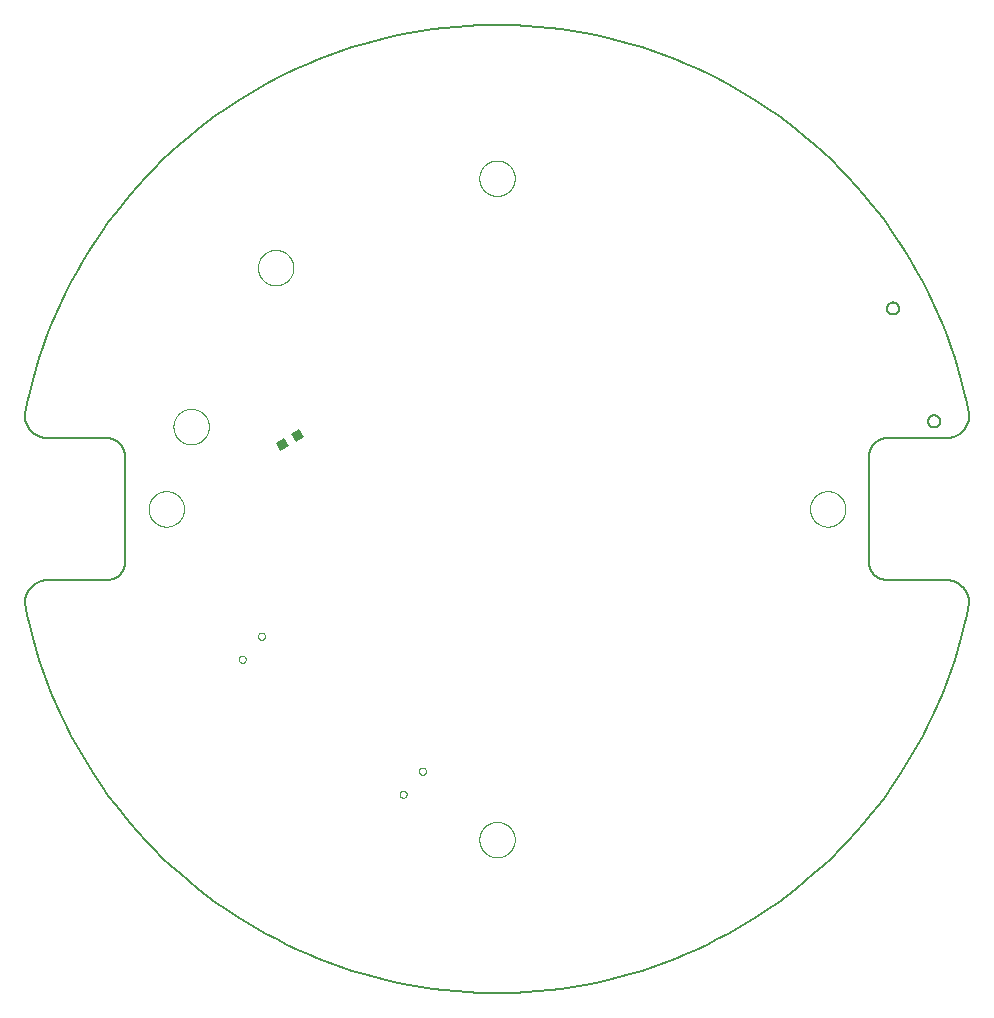
<source format=gbp>
G75*
%MOIN*%
%OFA0B0*%
%FSLAX25Y25*%
%IPPOS*%
%LPD*%
%AMOC8*
5,1,8,0,0,1.08239X$1,22.5*
%
%ADD10C,0.00600*%
%ADD11C,0.00000*%
%ADD12R,0.03150X0.03150*%
%ADD13C,0.00500*%
D10*
X0005820Y0134404D02*
X0005822Y0134594D01*
X0005829Y0134784D01*
X0005841Y0134974D01*
X0005857Y0135164D01*
X0005877Y0135353D01*
X0005903Y0135542D01*
X0005932Y0135730D01*
X0005967Y0135917D01*
X0006006Y0136103D01*
X0006049Y0136288D01*
X0006097Y0136473D01*
X0006149Y0136656D01*
X0006205Y0136837D01*
X0006266Y0137017D01*
X0006332Y0137196D01*
X0006401Y0137373D01*
X0006475Y0137549D01*
X0006553Y0137722D01*
X0006636Y0137894D01*
X0006722Y0138063D01*
X0006812Y0138231D01*
X0006907Y0138396D01*
X0007005Y0138559D01*
X0007108Y0138719D01*
X0007214Y0138877D01*
X0007324Y0139032D01*
X0007437Y0139185D01*
X0007555Y0139335D01*
X0007676Y0139481D01*
X0007800Y0139625D01*
X0007928Y0139766D01*
X0008059Y0139904D01*
X0008194Y0140039D01*
X0008332Y0140170D01*
X0008473Y0140298D01*
X0008617Y0140422D01*
X0008763Y0140543D01*
X0008913Y0140661D01*
X0009066Y0140774D01*
X0009221Y0140884D01*
X0009379Y0140990D01*
X0009539Y0141093D01*
X0009702Y0141191D01*
X0009867Y0141286D01*
X0010035Y0141376D01*
X0010204Y0141462D01*
X0010376Y0141545D01*
X0010549Y0141623D01*
X0010725Y0141697D01*
X0010902Y0141766D01*
X0011081Y0141832D01*
X0011261Y0141893D01*
X0011442Y0141949D01*
X0011625Y0142001D01*
X0011810Y0142049D01*
X0011995Y0142092D01*
X0012181Y0142131D01*
X0012368Y0142166D01*
X0012556Y0142195D01*
X0012745Y0142221D01*
X0012934Y0142241D01*
X0013124Y0142257D01*
X0013314Y0142269D01*
X0013504Y0142276D01*
X0013694Y0142278D01*
X0033379Y0142278D01*
X0033379Y0142277D02*
X0033531Y0142279D01*
X0033683Y0142285D01*
X0033835Y0142295D01*
X0033986Y0142308D01*
X0034137Y0142326D01*
X0034288Y0142347D01*
X0034438Y0142373D01*
X0034587Y0142402D01*
X0034736Y0142435D01*
X0034883Y0142472D01*
X0035030Y0142512D01*
X0035175Y0142557D01*
X0035319Y0142605D01*
X0035462Y0142657D01*
X0035604Y0142712D01*
X0035744Y0142771D01*
X0035883Y0142834D01*
X0036020Y0142900D01*
X0036155Y0142970D01*
X0036288Y0143043D01*
X0036419Y0143120D01*
X0036549Y0143200D01*
X0036676Y0143283D01*
X0036801Y0143369D01*
X0036924Y0143459D01*
X0037044Y0143552D01*
X0037162Y0143648D01*
X0037278Y0143747D01*
X0037391Y0143849D01*
X0037501Y0143953D01*
X0037609Y0144061D01*
X0037713Y0144171D01*
X0037815Y0144284D01*
X0037914Y0144400D01*
X0038010Y0144518D01*
X0038103Y0144638D01*
X0038193Y0144761D01*
X0038279Y0144886D01*
X0038362Y0145013D01*
X0038442Y0145143D01*
X0038519Y0145274D01*
X0038592Y0145407D01*
X0038662Y0145542D01*
X0038728Y0145679D01*
X0038791Y0145818D01*
X0038850Y0145958D01*
X0038905Y0146100D01*
X0038957Y0146243D01*
X0039005Y0146387D01*
X0039050Y0146532D01*
X0039090Y0146679D01*
X0039127Y0146826D01*
X0039160Y0146975D01*
X0039189Y0147124D01*
X0039215Y0147274D01*
X0039236Y0147425D01*
X0039254Y0147576D01*
X0039267Y0147727D01*
X0039277Y0147879D01*
X0039283Y0148031D01*
X0039285Y0148183D01*
X0039284Y0148183D02*
X0039284Y0183617D01*
X0039285Y0183617D02*
X0039283Y0183769D01*
X0039277Y0183921D01*
X0039267Y0184073D01*
X0039254Y0184224D01*
X0039236Y0184375D01*
X0039215Y0184526D01*
X0039189Y0184676D01*
X0039160Y0184825D01*
X0039127Y0184974D01*
X0039090Y0185121D01*
X0039050Y0185268D01*
X0039005Y0185413D01*
X0038957Y0185557D01*
X0038905Y0185700D01*
X0038850Y0185842D01*
X0038791Y0185982D01*
X0038728Y0186121D01*
X0038662Y0186258D01*
X0038592Y0186393D01*
X0038519Y0186526D01*
X0038442Y0186657D01*
X0038362Y0186787D01*
X0038279Y0186914D01*
X0038193Y0187039D01*
X0038103Y0187162D01*
X0038010Y0187282D01*
X0037914Y0187400D01*
X0037815Y0187516D01*
X0037713Y0187629D01*
X0037609Y0187739D01*
X0037501Y0187847D01*
X0037391Y0187951D01*
X0037278Y0188053D01*
X0037162Y0188152D01*
X0037044Y0188248D01*
X0036924Y0188341D01*
X0036801Y0188431D01*
X0036676Y0188517D01*
X0036549Y0188600D01*
X0036419Y0188680D01*
X0036288Y0188757D01*
X0036155Y0188830D01*
X0036020Y0188900D01*
X0035883Y0188966D01*
X0035744Y0189029D01*
X0035604Y0189088D01*
X0035462Y0189143D01*
X0035319Y0189195D01*
X0035175Y0189243D01*
X0035030Y0189288D01*
X0034883Y0189328D01*
X0034736Y0189365D01*
X0034587Y0189398D01*
X0034438Y0189427D01*
X0034288Y0189453D01*
X0034137Y0189474D01*
X0033986Y0189492D01*
X0033835Y0189505D01*
X0033683Y0189515D01*
X0033531Y0189521D01*
X0033379Y0189523D01*
X0033379Y0189522D02*
X0013694Y0189522D01*
X0013504Y0189524D01*
X0013314Y0189531D01*
X0013124Y0189543D01*
X0012934Y0189559D01*
X0012745Y0189579D01*
X0012556Y0189605D01*
X0012368Y0189634D01*
X0012181Y0189669D01*
X0011995Y0189708D01*
X0011810Y0189751D01*
X0011625Y0189799D01*
X0011442Y0189851D01*
X0011261Y0189907D01*
X0011081Y0189968D01*
X0010902Y0190034D01*
X0010725Y0190103D01*
X0010549Y0190177D01*
X0010376Y0190255D01*
X0010204Y0190338D01*
X0010035Y0190424D01*
X0009867Y0190514D01*
X0009702Y0190609D01*
X0009539Y0190707D01*
X0009379Y0190810D01*
X0009221Y0190916D01*
X0009066Y0191026D01*
X0008913Y0191139D01*
X0008763Y0191257D01*
X0008617Y0191378D01*
X0008473Y0191502D01*
X0008332Y0191630D01*
X0008194Y0191761D01*
X0008059Y0191896D01*
X0007928Y0192034D01*
X0007800Y0192175D01*
X0007676Y0192319D01*
X0007555Y0192465D01*
X0007437Y0192615D01*
X0007324Y0192768D01*
X0007214Y0192923D01*
X0007108Y0193081D01*
X0007005Y0193241D01*
X0006907Y0193404D01*
X0006812Y0193569D01*
X0006722Y0193737D01*
X0006636Y0193906D01*
X0006553Y0194078D01*
X0006475Y0194251D01*
X0006401Y0194427D01*
X0006332Y0194604D01*
X0006266Y0194783D01*
X0006205Y0194963D01*
X0006149Y0195144D01*
X0006097Y0195327D01*
X0006049Y0195512D01*
X0006006Y0195697D01*
X0005967Y0195883D01*
X0005932Y0196070D01*
X0005903Y0196258D01*
X0005877Y0196447D01*
X0005857Y0196636D01*
X0005841Y0196826D01*
X0005829Y0197016D01*
X0005822Y0197206D01*
X0005820Y0197396D01*
X0006613Y0201230D01*
X0007501Y0205043D01*
X0008480Y0208833D01*
X0009553Y0212598D01*
X0010716Y0216336D01*
X0011971Y0220045D01*
X0013315Y0223722D01*
X0014749Y0227365D01*
X0016272Y0230971D01*
X0017882Y0234540D01*
X0019579Y0238068D01*
X0021361Y0241554D01*
X0023227Y0244995D01*
X0025178Y0248390D01*
X0027210Y0251736D01*
X0029323Y0255031D01*
X0031517Y0258274D01*
X0033788Y0261463D01*
X0036137Y0264595D01*
X0038562Y0267669D01*
X0041061Y0270682D01*
X0043632Y0273634D01*
X0046275Y0276522D01*
X0048988Y0279345D01*
X0051768Y0282101D01*
X0054615Y0284788D01*
X0057527Y0287405D01*
X0060502Y0289950D01*
X0063538Y0292422D01*
X0066633Y0294819D01*
X0069786Y0297140D01*
X0072995Y0299383D01*
X0076257Y0301547D01*
X0079572Y0303631D01*
X0082936Y0305633D01*
X0086348Y0307553D01*
X0089806Y0309388D01*
X0093307Y0311139D01*
X0096851Y0312804D01*
X0100433Y0314382D01*
X0104054Y0315872D01*
X0107709Y0317274D01*
X0111398Y0318585D01*
X0115117Y0319807D01*
X0118866Y0320937D01*
X0122640Y0321975D01*
X0126439Y0322921D01*
X0130260Y0323774D01*
X0134101Y0324533D01*
X0137959Y0325199D01*
X0141832Y0325770D01*
X0145718Y0326247D01*
X0149614Y0326628D01*
X0153518Y0326915D01*
X0157429Y0327106D01*
X0161343Y0327201D01*
X0165257Y0327201D01*
X0169171Y0327106D01*
X0173082Y0326915D01*
X0176986Y0326628D01*
X0180882Y0326247D01*
X0184768Y0325770D01*
X0188641Y0325199D01*
X0192499Y0324533D01*
X0196340Y0323774D01*
X0200161Y0322921D01*
X0203960Y0321975D01*
X0207734Y0320937D01*
X0211483Y0319807D01*
X0215202Y0318585D01*
X0218891Y0317274D01*
X0222546Y0315872D01*
X0226167Y0314382D01*
X0229749Y0312804D01*
X0233293Y0311139D01*
X0236794Y0309388D01*
X0240252Y0307553D01*
X0243664Y0305633D01*
X0247028Y0303631D01*
X0250343Y0301547D01*
X0253605Y0299383D01*
X0256814Y0297140D01*
X0259967Y0294819D01*
X0263062Y0292422D01*
X0266098Y0289950D01*
X0269073Y0287405D01*
X0271985Y0284788D01*
X0274832Y0282101D01*
X0277612Y0279345D01*
X0280325Y0276522D01*
X0282968Y0273634D01*
X0285539Y0270682D01*
X0288038Y0267669D01*
X0290463Y0264595D01*
X0292812Y0261463D01*
X0295083Y0258274D01*
X0297277Y0255031D01*
X0299390Y0251736D01*
X0301422Y0248390D01*
X0303373Y0244995D01*
X0305239Y0241554D01*
X0307021Y0238068D01*
X0308718Y0234540D01*
X0310328Y0230971D01*
X0311851Y0227365D01*
X0313285Y0223722D01*
X0314629Y0220045D01*
X0315884Y0216336D01*
X0317047Y0212598D01*
X0318120Y0208833D01*
X0319099Y0205043D01*
X0319987Y0201230D01*
X0320780Y0197396D01*
X0320778Y0197206D01*
X0320771Y0197016D01*
X0320759Y0196826D01*
X0320743Y0196636D01*
X0320723Y0196447D01*
X0320697Y0196258D01*
X0320668Y0196070D01*
X0320633Y0195883D01*
X0320594Y0195697D01*
X0320551Y0195512D01*
X0320503Y0195327D01*
X0320451Y0195144D01*
X0320395Y0194963D01*
X0320334Y0194783D01*
X0320268Y0194604D01*
X0320199Y0194427D01*
X0320125Y0194251D01*
X0320047Y0194078D01*
X0319964Y0193906D01*
X0319878Y0193737D01*
X0319788Y0193569D01*
X0319693Y0193404D01*
X0319595Y0193241D01*
X0319492Y0193081D01*
X0319386Y0192923D01*
X0319276Y0192768D01*
X0319163Y0192615D01*
X0319045Y0192465D01*
X0318924Y0192319D01*
X0318800Y0192175D01*
X0318672Y0192034D01*
X0318541Y0191896D01*
X0318406Y0191761D01*
X0318268Y0191630D01*
X0318127Y0191502D01*
X0317983Y0191378D01*
X0317837Y0191257D01*
X0317687Y0191139D01*
X0317534Y0191026D01*
X0317379Y0190916D01*
X0317221Y0190810D01*
X0317061Y0190707D01*
X0316898Y0190609D01*
X0316733Y0190514D01*
X0316565Y0190424D01*
X0316396Y0190338D01*
X0316224Y0190255D01*
X0316051Y0190177D01*
X0315875Y0190103D01*
X0315698Y0190034D01*
X0315519Y0189968D01*
X0315339Y0189907D01*
X0315158Y0189851D01*
X0314975Y0189799D01*
X0314790Y0189751D01*
X0314605Y0189708D01*
X0314419Y0189669D01*
X0314232Y0189634D01*
X0314044Y0189605D01*
X0313855Y0189579D01*
X0313666Y0189559D01*
X0313476Y0189543D01*
X0313286Y0189531D01*
X0313096Y0189524D01*
X0312906Y0189522D01*
X0293221Y0189522D01*
X0293221Y0189523D02*
X0293069Y0189521D01*
X0292917Y0189515D01*
X0292765Y0189505D01*
X0292614Y0189492D01*
X0292463Y0189474D01*
X0292312Y0189453D01*
X0292162Y0189427D01*
X0292013Y0189398D01*
X0291864Y0189365D01*
X0291717Y0189328D01*
X0291570Y0189288D01*
X0291425Y0189243D01*
X0291281Y0189195D01*
X0291138Y0189143D01*
X0290996Y0189088D01*
X0290856Y0189029D01*
X0290717Y0188966D01*
X0290580Y0188900D01*
X0290445Y0188830D01*
X0290312Y0188757D01*
X0290181Y0188680D01*
X0290051Y0188600D01*
X0289924Y0188517D01*
X0289799Y0188431D01*
X0289676Y0188341D01*
X0289556Y0188248D01*
X0289438Y0188152D01*
X0289322Y0188053D01*
X0289209Y0187951D01*
X0289099Y0187847D01*
X0288991Y0187739D01*
X0288887Y0187629D01*
X0288785Y0187516D01*
X0288686Y0187400D01*
X0288590Y0187282D01*
X0288497Y0187162D01*
X0288407Y0187039D01*
X0288321Y0186914D01*
X0288238Y0186787D01*
X0288158Y0186657D01*
X0288081Y0186526D01*
X0288008Y0186393D01*
X0287938Y0186258D01*
X0287872Y0186121D01*
X0287809Y0185982D01*
X0287750Y0185842D01*
X0287695Y0185700D01*
X0287643Y0185557D01*
X0287595Y0185413D01*
X0287550Y0185268D01*
X0287510Y0185121D01*
X0287473Y0184974D01*
X0287440Y0184825D01*
X0287411Y0184676D01*
X0287385Y0184526D01*
X0287364Y0184375D01*
X0287346Y0184224D01*
X0287333Y0184073D01*
X0287323Y0183921D01*
X0287317Y0183769D01*
X0287315Y0183617D01*
X0287316Y0183617D02*
X0287316Y0148183D01*
X0287315Y0148183D02*
X0287317Y0148031D01*
X0287323Y0147879D01*
X0287333Y0147727D01*
X0287346Y0147576D01*
X0287364Y0147425D01*
X0287385Y0147274D01*
X0287411Y0147124D01*
X0287440Y0146975D01*
X0287473Y0146826D01*
X0287510Y0146679D01*
X0287550Y0146532D01*
X0287595Y0146387D01*
X0287643Y0146243D01*
X0287695Y0146100D01*
X0287750Y0145958D01*
X0287809Y0145818D01*
X0287872Y0145679D01*
X0287938Y0145542D01*
X0288008Y0145407D01*
X0288081Y0145274D01*
X0288158Y0145143D01*
X0288238Y0145013D01*
X0288321Y0144886D01*
X0288407Y0144761D01*
X0288497Y0144638D01*
X0288590Y0144518D01*
X0288686Y0144400D01*
X0288785Y0144284D01*
X0288887Y0144171D01*
X0288991Y0144061D01*
X0289099Y0143953D01*
X0289209Y0143849D01*
X0289322Y0143747D01*
X0289438Y0143648D01*
X0289556Y0143552D01*
X0289676Y0143459D01*
X0289799Y0143369D01*
X0289924Y0143283D01*
X0290051Y0143200D01*
X0290181Y0143120D01*
X0290312Y0143043D01*
X0290445Y0142970D01*
X0290580Y0142900D01*
X0290717Y0142834D01*
X0290856Y0142771D01*
X0290996Y0142712D01*
X0291138Y0142657D01*
X0291281Y0142605D01*
X0291425Y0142557D01*
X0291570Y0142512D01*
X0291717Y0142472D01*
X0291864Y0142435D01*
X0292013Y0142402D01*
X0292162Y0142373D01*
X0292312Y0142347D01*
X0292463Y0142326D01*
X0292614Y0142308D01*
X0292765Y0142295D01*
X0292917Y0142285D01*
X0293069Y0142279D01*
X0293221Y0142277D01*
X0293221Y0142278D02*
X0312906Y0142278D01*
X0313096Y0142276D01*
X0313286Y0142269D01*
X0313476Y0142257D01*
X0313666Y0142241D01*
X0313855Y0142221D01*
X0314044Y0142195D01*
X0314232Y0142166D01*
X0314419Y0142131D01*
X0314605Y0142092D01*
X0314790Y0142049D01*
X0314975Y0142001D01*
X0315158Y0141949D01*
X0315339Y0141893D01*
X0315519Y0141832D01*
X0315698Y0141766D01*
X0315875Y0141697D01*
X0316051Y0141623D01*
X0316224Y0141545D01*
X0316396Y0141462D01*
X0316565Y0141376D01*
X0316733Y0141286D01*
X0316898Y0141191D01*
X0317061Y0141093D01*
X0317221Y0140990D01*
X0317379Y0140884D01*
X0317534Y0140774D01*
X0317687Y0140661D01*
X0317837Y0140543D01*
X0317983Y0140422D01*
X0318127Y0140298D01*
X0318268Y0140170D01*
X0318406Y0140039D01*
X0318541Y0139904D01*
X0318672Y0139766D01*
X0318800Y0139625D01*
X0318924Y0139481D01*
X0319045Y0139335D01*
X0319163Y0139185D01*
X0319276Y0139032D01*
X0319386Y0138877D01*
X0319492Y0138719D01*
X0319595Y0138559D01*
X0319693Y0138396D01*
X0319788Y0138231D01*
X0319878Y0138063D01*
X0319964Y0137894D01*
X0320047Y0137722D01*
X0320125Y0137549D01*
X0320199Y0137373D01*
X0320268Y0137196D01*
X0320334Y0137017D01*
X0320395Y0136837D01*
X0320451Y0136656D01*
X0320503Y0136473D01*
X0320551Y0136288D01*
X0320594Y0136103D01*
X0320633Y0135917D01*
X0320668Y0135730D01*
X0320697Y0135542D01*
X0320723Y0135353D01*
X0320743Y0135164D01*
X0320759Y0134974D01*
X0320771Y0134784D01*
X0320778Y0134594D01*
X0320780Y0134404D01*
X0319987Y0130570D01*
X0319099Y0126757D01*
X0318120Y0122967D01*
X0317047Y0119202D01*
X0315884Y0115464D01*
X0314629Y0111755D01*
X0313285Y0108078D01*
X0311851Y0104435D01*
X0310328Y0100829D01*
X0308718Y0097260D01*
X0307021Y0093732D01*
X0305239Y0090246D01*
X0303373Y0086805D01*
X0301422Y0083410D01*
X0299390Y0080064D01*
X0297277Y0076769D01*
X0295083Y0073526D01*
X0292812Y0070337D01*
X0290463Y0067205D01*
X0288038Y0064131D01*
X0285539Y0061118D01*
X0282968Y0058166D01*
X0280325Y0055278D01*
X0277612Y0052455D01*
X0274832Y0049699D01*
X0271985Y0047012D01*
X0269073Y0044395D01*
X0266098Y0041850D01*
X0263062Y0039378D01*
X0259967Y0036981D01*
X0256814Y0034660D01*
X0253605Y0032417D01*
X0250343Y0030253D01*
X0247028Y0028169D01*
X0243664Y0026167D01*
X0240252Y0024247D01*
X0236794Y0022412D01*
X0233293Y0020661D01*
X0229749Y0018996D01*
X0226167Y0017418D01*
X0222546Y0015928D01*
X0218891Y0014526D01*
X0215202Y0013215D01*
X0211483Y0011993D01*
X0207734Y0010863D01*
X0203960Y0009825D01*
X0200161Y0008879D01*
X0196340Y0008026D01*
X0192499Y0007267D01*
X0188641Y0006601D01*
X0184768Y0006030D01*
X0180882Y0005553D01*
X0176986Y0005172D01*
X0173082Y0004885D01*
X0169171Y0004694D01*
X0165257Y0004599D01*
X0161343Y0004599D01*
X0157429Y0004694D01*
X0153518Y0004885D01*
X0149614Y0005172D01*
X0145718Y0005553D01*
X0141832Y0006030D01*
X0137959Y0006601D01*
X0134101Y0007267D01*
X0130260Y0008026D01*
X0126439Y0008879D01*
X0122640Y0009825D01*
X0118866Y0010863D01*
X0115117Y0011993D01*
X0111398Y0013215D01*
X0107709Y0014526D01*
X0104054Y0015928D01*
X0100433Y0017418D01*
X0096851Y0018996D01*
X0093307Y0020661D01*
X0089806Y0022412D01*
X0086348Y0024247D01*
X0082936Y0026167D01*
X0079572Y0028169D01*
X0076257Y0030253D01*
X0072995Y0032417D01*
X0069786Y0034660D01*
X0066633Y0036981D01*
X0063538Y0039378D01*
X0060502Y0041850D01*
X0057527Y0044395D01*
X0054615Y0047012D01*
X0051768Y0049699D01*
X0048988Y0052455D01*
X0046275Y0055278D01*
X0043632Y0058166D01*
X0041061Y0061118D01*
X0038562Y0064131D01*
X0036137Y0067205D01*
X0033788Y0070337D01*
X0031517Y0073526D01*
X0029323Y0076769D01*
X0027210Y0080064D01*
X0025178Y0083410D01*
X0023227Y0086805D01*
X0021361Y0090246D01*
X0019579Y0093732D01*
X0017882Y0097260D01*
X0016272Y0100829D01*
X0014749Y0104435D01*
X0013315Y0108078D01*
X0011971Y0111755D01*
X0010716Y0115464D01*
X0009553Y0119202D01*
X0008480Y0122967D01*
X0007501Y0126757D01*
X0006613Y0130570D01*
X0005820Y0134404D01*
D11*
X0077195Y0115796D02*
X0077197Y0115865D01*
X0077203Y0115933D01*
X0077213Y0116001D01*
X0077227Y0116068D01*
X0077245Y0116135D01*
X0077266Y0116200D01*
X0077292Y0116264D01*
X0077321Y0116326D01*
X0077353Y0116386D01*
X0077389Y0116445D01*
X0077429Y0116501D01*
X0077471Y0116555D01*
X0077517Y0116606D01*
X0077566Y0116655D01*
X0077617Y0116701D01*
X0077671Y0116743D01*
X0077727Y0116783D01*
X0077785Y0116819D01*
X0077846Y0116851D01*
X0077908Y0116880D01*
X0077972Y0116906D01*
X0078037Y0116927D01*
X0078104Y0116945D01*
X0078171Y0116959D01*
X0078239Y0116969D01*
X0078307Y0116975D01*
X0078376Y0116977D01*
X0078445Y0116975D01*
X0078513Y0116969D01*
X0078581Y0116959D01*
X0078648Y0116945D01*
X0078715Y0116927D01*
X0078780Y0116906D01*
X0078844Y0116880D01*
X0078906Y0116851D01*
X0078966Y0116819D01*
X0079025Y0116783D01*
X0079081Y0116743D01*
X0079135Y0116701D01*
X0079186Y0116655D01*
X0079235Y0116606D01*
X0079281Y0116555D01*
X0079323Y0116501D01*
X0079363Y0116445D01*
X0079399Y0116386D01*
X0079431Y0116326D01*
X0079460Y0116264D01*
X0079486Y0116200D01*
X0079507Y0116135D01*
X0079525Y0116068D01*
X0079539Y0116001D01*
X0079549Y0115933D01*
X0079555Y0115865D01*
X0079557Y0115796D01*
X0079555Y0115727D01*
X0079549Y0115659D01*
X0079539Y0115591D01*
X0079525Y0115524D01*
X0079507Y0115457D01*
X0079486Y0115392D01*
X0079460Y0115328D01*
X0079431Y0115266D01*
X0079399Y0115205D01*
X0079363Y0115147D01*
X0079323Y0115091D01*
X0079281Y0115037D01*
X0079235Y0114986D01*
X0079186Y0114937D01*
X0079135Y0114891D01*
X0079081Y0114849D01*
X0079025Y0114809D01*
X0078967Y0114773D01*
X0078906Y0114741D01*
X0078844Y0114712D01*
X0078780Y0114686D01*
X0078715Y0114665D01*
X0078648Y0114647D01*
X0078581Y0114633D01*
X0078513Y0114623D01*
X0078445Y0114617D01*
X0078376Y0114615D01*
X0078307Y0114617D01*
X0078239Y0114623D01*
X0078171Y0114633D01*
X0078104Y0114647D01*
X0078037Y0114665D01*
X0077972Y0114686D01*
X0077908Y0114712D01*
X0077846Y0114741D01*
X0077785Y0114773D01*
X0077727Y0114809D01*
X0077671Y0114849D01*
X0077617Y0114891D01*
X0077566Y0114937D01*
X0077517Y0114986D01*
X0077471Y0115037D01*
X0077429Y0115091D01*
X0077389Y0115147D01*
X0077353Y0115205D01*
X0077321Y0115266D01*
X0077292Y0115328D01*
X0077266Y0115392D01*
X0077245Y0115457D01*
X0077227Y0115524D01*
X0077213Y0115591D01*
X0077203Y0115659D01*
X0077197Y0115727D01*
X0077195Y0115796D01*
X0083623Y0123457D02*
X0083625Y0123526D01*
X0083631Y0123594D01*
X0083641Y0123662D01*
X0083655Y0123729D01*
X0083673Y0123796D01*
X0083694Y0123861D01*
X0083720Y0123925D01*
X0083749Y0123987D01*
X0083781Y0124047D01*
X0083817Y0124106D01*
X0083857Y0124162D01*
X0083899Y0124216D01*
X0083945Y0124267D01*
X0083994Y0124316D01*
X0084045Y0124362D01*
X0084099Y0124404D01*
X0084155Y0124444D01*
X0084213Y0124480D01*
X0084274Y0124512D01*
X0084336Y0124541D01*
X0084400Y0124567D01*
X0084465Y0124588D01*
X0084532Y0124606D01*
X0084599Y0124620D01*
X0084667Y0124630D01*
X0084735Y0124636D01*
X0084804Y0124638D01*
X0084873Y0124636D01*
X0084941Y0124630D01*
X0085009Y0124620D01*
X0085076Y0124606D01*
X0085143Y0124588D01*
X0085208Y0124567D01*
X0085272Y0124541D01*
X0085334Y0124512D01*
X0085394Y0124480D01*
X0085453Y0124444D01*
X0085509Y0124404D01*
X0085563Y0124362D01*
X0085614Y0124316D01*
X0085663Y0124267D01*
X0085709Y0124216D01*
X0085751Y0124162D01*
X0085791Y0124106D01*
X0085827Y0124047D01*
X0085859Y0123987D01*
X0085888Y0123925D01*
X0085914Y0123861D01*
X0085935Y0123796D01*
X0085953Y0123729D01*
X0085967Y0123662D01*
X0085977Y0123594D01*
X0085983Y0123526D01*
X0085985Y0123457D01*
X0085983Y0123388D01*
X0085977Y0123320D01*
X0085967Y0123252D01*
X0085953Y0123185D01*
X0085935Y0123118D01*
X0085914Y0123053D01*
X0085888Y0122989D01*
X0085859Y0122927D01*
X0085827Y0122866D01*
X0085791Y0122808D01*
X0085751Y0122752D01*
X0085709Y0122698D01*
X0085663Y0122647D01*
X0085614Y0122598D01*
X0085563Y0122552D01*
X0085509Y0122510D01*
X0085453Y0122470D01*
X0085395Y0122434D01*
X0085334Y0122402D01*
X0085272Y0122373D01*
X0085208Y0122347D01*
X0085143Y0122326D01*
X0085076Y0122308D01*
X0085009Y0122294D01*
X0084941Y0122284D01*
X0084873Y0122278D01*
X0084804Y0122276D01*
X0084735Y0122278D01*
X0084667Y0122284D01*
X0084599Y0122294D01*
X0084532Y0122308D01*
X0084465Y0122326D01*
X0084400Y0122347D01*
X0084336Y0122373D01*
X0084274Y0122402D01*
X0084213Y0122434D01*
X0084155Y0122470D01*
X0084099Y0122510D01*
X0084045Y0122552D01*
X0083994Y0122598D01*
X0083945Y0122647D01*
X0083899Y0122698D01*
X0083857Y0122752D01*
X0083817Y0122808D01*
X0083781Y0122866D01*
X0083749Y0122927D01*
X0083720Y0122989D01*
X0083694Y0123053D01*
X0083673Y0123118D01*
X0083655Y0123185D01*
X0083641Y0123252D01*
X0083631Y0123320D01*
X0083625Y0123388D01*
X0083623Y0123457D01*
X0047158Y0165900D02*
X0047160Y0166053D01*
X0047166Y0166207D01*
X0047176Y0166360D01*
X0047190Y0166512D01*
X0047208Y0166665D01*
X0047230Y0166816D01*
X0047255Y0166967D01*
X0047285Y0167118D01*
X0047319Y0167268D01*
X0047356Y0167416D01*
X0047397Y0167564D01*
X0047442Y0167710D01*
X0047491Y0167856D01*
X0047544Y0168000D01*
X0047600Y0168142D01*
X0047660Y0168283D01*
X0047724Y0168423D01*
X0047791Y0168561D01*
X0047862Y0168697D01*
X0047937Y0168831D01*
X0048014Y0168963D01*
X0048096Y0169093D01*
X0048180Y0169221D01*
X0048268Y0169347D01*
X0048359Y0169470D01*
X0048453Y0169591D01*
X0048551Y0169709D01*
X0048651Y0169825D01*
X0048755Y0169938D01*
X0048861Y0170049D01*
X0048970Y0170157D01*
X0049082Y0170262D01*
X0049196Y0170363D01*
X0049314Y0170462D01*
X0049433Y0170558D01*
X0049555Y0170651D01*
X0049680Y0170740D01*
X0049807Y0170827D01*
X0049936Y0170909D01*
X0050067Y0170989D01*
X0050200Y0171065D01*
X0050335Y0171138D01*
X0050472Y0171207D01*
X0050611Y0171272D01*
X0050751Y0171334D01*
X0050893Y0171392D01*
X0051036Y0171447D01*
X0051181Y0171498D01*
X0051327Y0171545D01*
X0051474Y0171588D01*
X0051622Y0171627D01*
X0051771Y0171663D01*
X0051921Y0171694D01*
X0052072Y0171722D01*
X0052223Y0171746D01*
X0052376Y0171766D01*
X0052528Y0171782D01*
X0052681Y0171794D01*
X0052834Y0171802D01*
X0052987Y0171806D01*
X0053141Y0171806D01*
X0053294Y0171802D01*
X0053447Y0171794D01*
X0053600Y0171782D01*
X0053752Y0171766D01*
X0053905Y0171746D01*
X0054056Y0171722D01*
X0054207Y0171694D01*
X0054357Y0171663D01*
X0054506Y0171627D01*
X0054654Y0171588D01*
X0054801Y0171545D01*
X0054947Y0171498D01*
X0055092Y0171447D01*
X0055235Y0171392D01*
X0055377Y0171334D01*
X0055517Y0171272D01*
X0055656Y0171207D01*
X0055793Y0171138D01*
X0055928Y0171065D01*
X0056061Y0170989D01*
X0056192Y0170909D01*
X0056321Y0170827D01*
X0056448Y0170740D01*
X0056573Y0170651D01*
X0056695Y0170558D01*
X0056814Y0170462D01*
X0056932Y0170363D01*
X0057046Y0170262D01*
X0057158Y0170157D01*
X0057267Y0170049D01*
X0057373Y0169938D01*
X0057477Y0169825D01*
X0057577Y0169709D01*
X0057675Y0169591D01*
X0057769Y0169470D01*
X0057860Y0169347D01*
X0057948Y0169221D01*
X0058032Y0169093D01*
X0058114Y0168963D01*
X0058191Y0168831D01*
X0058266Y0168697D01*
X0058337Y0168561D01*
X0058404Y0168423D01*
X0058468Y0168283D01*
X0058528Y0168142D01*
X0058584Y0168000D01*
X0058637Y0167856D01*
X0058686Y0167710D01*
X0058731Y0167564D01*
X0058772Y0167416D01*
X0058809Y0167268D01*
X0058843Y0167118D01*
X0058873Y0166967D01*
X0058898Y0166816D01*
X0058920Y0166665D01*
X0058938Y0166512D01*
X0058952Y0166360D01*
X0058962Y0166207D01*
X0058968Y0166053D01*
X0058970Y0165900D01*
X0058968Y0165747D01*
X0058962Y0165593D01*
X0058952Y0165440D01*
X0058938Y0165288D01*
X0058920Y0165135D01*
X0058898Y0164984D01*
X0058873Y0164833D01*
X0058843Y0164682D01*
X0058809Y0164532D01*
X0058772Y0164384D01*
X0058731Y0164236D01*
X0058686Y0164090D01*
X0058637Y0163944D01*
X0058584Y0163800D01*
X0058528Y0163658D01*
X0058468Y0163517D01*
X0058404Y0163377D01*
X0058337Y0163239D01*
X0058266Y0163103D01*
X0058191Y0162969D01*
X0058114Y0162837D01*
X0058032Y0162707D01*
X0057948Y0162579D01*
X0057860Y0162453D01*
X0057769Y0162330D01*
X0057675Y0162209D01*
X0057577Y0162091D01*
X0057477Y0161975D01*
X0057373Y0161862D01*
X0057267Y0161751D01*
X0057158Y0161643D01*
X0057046Y0161538D01*
X0056932Y0161437D01*
X0056814Y0161338D01*
X0056695Y0161242D01*
X0056573Y0161149D01*
X0056448Y0161060D01*
X0056321Y0160973D01*
X0056192Y0160891D01*
X0056061Y0160811D01*
X0055928Y0160735D01*
X0055793Y0160662D01*
X0055656Y0160593D01*
X0055517Y0160528D01*
X0055377Y0160466D01*
X0055235Y0160408D01*
X0055092Y0160353D01*
X0054947Y0160302D01*
X0054801Y0160255D01*
X0054654Y0160212D01*
X0054506Y0160173D01*
X0054357Y0160137D01*
X0054207Y0160106D01*
X0054056Y0160078D01*
X0053905Y0160054D01*
X0053752Y0160034D01*
X0053600Y0160018D01*
X0053447Y0160006D01*
X0053294Y0159998D01*
X0053141Y0159994D01*
X0052987Y0159994D01*
X0052834Y0159998D01*
X0052681Y0160006D01*
X0052528Y0160018D01*
X0052376Y0160034D01*
X0052223Y0160054D01*
X0052072Y0160078D01*
X0051921Y0160106D01*
X0051771Y0160137D01*
X0051622Y0160173D01*
X0051474Y0160212D01*
X0051327Y0160255D01*
X0051181Y0160302D01*
X0051036Y0160353D01*
X0050893Y0160408D01*
X0050751Y0160466D01*
X0050611Y0160528D01*
X0050472Y0160593D01*
X0050335Y0160662D01*
X0050200Y0160735D01*
X0050067Y0160811D01*
X0049936Y0160891D01*
X0049807Y0160973D01*
X0049680Y0161060D01*
X0049555Y0161149D01*
X0049433Y0161242D01*
X0049314Y0161338D01*
X0049196Y0161437D01*
X0049082Y0161538D01*
X0048970Y0161643D01*
X0048861Y0161751D01*
X0048755Y0161862D01*
X0048651Y0161975D01*
X0048551Y0162091D01*
X0048453Y0162209D01*
X0048359Y0162330D01*
X0048268Y0162453D01*
X0048180Y0162579D01*
X0048096Y0162707D01*
X0048014Y0162837D01*
X0047937Y0162969D01*
X0047862Y0163103D01*
X0047791Y0163239D01*
X0047724Y0163377D01*
X0047660Y0163517D01*
X0047600Y0163658D01*
X0047544Y0163800D01*
X0047491Y0163944D01*
X0047442Y0164090D01*
X0047397Y0164236D01*
X0047356Y0164384D01*
X0047319Y0164532D01*
X0047285Y0164682D01*
X0047255Y0164833D01*
X0047230Y0164984D01*
X0047208Y0165135D01*
X0047190Y0165288D01*
X0047176Y0165440D01*
X0047166Y0165593D01*
X0047160Y0165747D01*
X0047158Y0165900D01*
X0055434Y0193355D02*
X0055436Y0193508D01*
X0055442Y0193662D01*
X0055452Y0193815D01*
X0055466Y0193967D01*
X0055484Y0194120D01*
X0055506Y0194271D01*
X0055531Y0194422D01*
X0055561Y0194573D01*
X0055595Y0194723D01*
X0055632Y0194871D01*
X0055673Y0195019D01*
X0055718Y0195165D01*
X0055767Y0195311D01*
X0055820Y0195455D01*
X0055876Y0195597D01*
X0055936Y0195738D01*
X0056000Y0195878D01*
X0056067Y0196016D01*
X0056138Y0196152D01*
X0056213Y0196286D01*
X0056290Y0196418D01*
X0056372Y0196548D01*
X0056456Y0196676D01*
X0056544Y0196802D01*
X0056635Y0196925D01*
X0056729Y0197046D01*
X0056827Y0197164D01*
X0056927Y0197280D01*
X0057031Y0197393D01*
X0057137Y0197504D01*
X0057246Y0197612D01*
X0057358Y0197717D01*
X0057472Y0197818D01*
X0057590Y0197917D01*
X0057709Y0198013D01*
X0057831Y0198106D01*
X0057956Y0198195D01*
X0058083Y0198282D01*
X0058212Y0198364D01*
X0058343Y0198444D01*
X0058476Y0198520D01*
X0058611Y0198593D01*
X0058748Y0198662D01*
X0058887Y0198727D01*
X0059027Y0198789D01*
X0059169Y0198847D01*
X0059312Y0198902D01*
X0059457Y0198953D01*
X0059603Y0199000D01*
X0059750Y0199043D01*
X0059898Y0199082D01*
X0060047Y0199118D01*
X0060197Y0199149D01*
X0060348Y0199177D01*
X0060499Y0199201D01*
X0060652Y0199221D01*
X0060804Y0199237D01*
X0060957Y0199249D01*
X0061110Y0199257D01*
X0061263Y0199261D01*
X0061417Y0199261D01*
X0061570Y0199257D01*
X0061723Y0199249D01*
X0061876Y0199237D01*
X0062028Y0199221D01*
X0062181Y0199201D01*
X0062332Y0199177D01*
X0062483Y0199149D01*
X0062633Y0199118D01*
X0062782Y0199082D01*
X0062930Y0199043D01*
X0063077Y0199000D01*
X0063223Y0198953D01*
X0063368Y0198902D01*
X0063511Y0198847D01*
X0063653Y0198789D01*
X0063793Y0198727D01*
X0063932Y0198662D01*
X0064069Y0198593D01*
X0064204Y0198520D01*
X0064337Y0198444D01*
X0064468Y0198364D01*
X0064597Y0198282D01*
X0064724Y0198195D01*
X0064849Y0198106D01*
X0064971Y0198013D01*
X0065090Y0197917D01*
X0065208Y0197818D01*
X0065322Y0197717D01*
X0065434Y0197612D01*
X0065543Y0197504D01*
X0065649Y0197393D01*
X0065753Y0197280D01*
X0065853Y0197164D01*
X0065951Y0197046D01*
X0066045Y0196925D01*
X0066136Y0196802D01*
X0066224Y0196676D01*
X0066308Y0196548D01*
X0066390Y0196418D01*
X0066467Y0196286D01*
X0066542Y0196152D01*
X0066613Y0196016D01*
X0066680Y0195878D01*
X0066744Y0195738D01*
X0066804Y0195597D01*
X0066860Y0195455D01*
X0066913Y0195311D01*
X0066962Y0195165D01*
X0067007Y0195019D01*
X0067048Y0194871D01*
X0067085Y0194723D01*
X0067119Y0194573D01*
X0067149Y0194422D01*
X0067174Y0194271D01*
X0067196Y0194120D01*
X0067214Y0193967D01*
X0067228Y0193815D01*
X0067238Y0193662D01*
X0067244Y0193508D01*
X0067246Y0193355D01*
X0067244Y0193202D01*
X0067238Y0193048D01*
X0067228Y0192895D01*
X0067214Y0192743D01*
X0067196Y0192590D01*
X0067174Y0192439D01*
X0067149Y0192288D01*
X0067119Y0192137D01*
X0067085Y0191987D01*
X0067048Y0191839D01*
X0067007Y0191691D01*
X0066962Y0191545D01*
X0066913Y0191399D01*
X0066860Y0191255D01*
X0066804Y0191113D01*
X0066744Y0190972D01*
X0066680Y0190832D01*
X0066613Y0190694D01*
X0066542Y0190558D01*
X0066467Y0190424D01*
X0066390Y0190292D01*
X0066308Y0190162D01*
X0066224Y0190034D01*
X0066136Y0189908D01*
X0066045Y0189785D01*
X0065951Y0189664D01*
X0065853Y0189546D01*
X0065753Y0189430D01*
X0065649Y0189317D01*
X0065543Y0189206D01*
X0065434Y0189098D01*
X0065322Y0188993D01*
X0065208Y0188892D01*
X0065090Y0188793D01*
X0064971Y0188697D01*
X0064849Y0188604D01*
X0064724Y0188515D01*
X0064597Y0188428D01*
X0064468Y0188346D01*
X0064337Y0188266D01*
X0064204Y0188190D01*
X0064069Y0188117D01*
X0063932Y0188048D01*
X0063793Y0187983D01*
X0063653Y0187921D01*
X0063511Y0187863D01*
X0063368Y0187808D01*
X0063223Y0187757D01*
X0063077Y0187710D01*
X0062930Y0187667D01*
X0062782Y0187628D01*
X0062633Y0187592D01*
X0062483Y0187561D01*
X0062332Y0187533D01*
X0062181Y0187509D01*
X0062028Y0187489D01*
X0061876Y0187473D01*
X0061723Y0187461D01*
X0061570Y0187453D01*
X0061417Y0187449D01*
X0061263Y0187449D01*
X0061110Y0187453D01*
X0060957Y0187461D01*
X0060804Y0187473D01*
X0060652Y0187489D01*
X0060499Y0187509D01*
X0060348Y0187533D01*
X0060197Y0187561D01*
X0060047Y0187592D01*
X0059898Y0187628D01*
X0059750Y0187667D01*
X0059603Y0187710D01*
X0059457Y0187757D01*
X0059312Y0187808D01*
X0059169Y0187863D01*
X0059027Y0187921D01*
X0058887Y0187983D01*
X0058748Y0188048D01*
X0058611Y0188117D01*
X0058476Y0188190D01*
X0058343Y0188266D01*
X0058212Y0188346D01*
X0058083Y0188428D01*
X0057956Y0188515D01*
X0057831Y0188604D01*
X0057709Y0188697D01*
X0057590Y0188793D01*
X0057472Y0188892D01*
X0057358Y0188993D01*
X0057246Y0189098D01*
X0057137Y0189206D01*
X0057031Y0189317D01*
X0056927Y0189430D01*
X0056827Y0189546D01*
X0056729Y0189664D01*
X0056635Y0189785D01*
X0056544Y0189908D01*
X0056456Y0190034D01*
X0056372Y0190162D01*
X0056290Y0190292D01*
X0056213Y0190424D01*
X0056138Y0190558D01*
X0056067Y0190694D01*
X0056000Y0190832D01*
X0055936Y0190972D01*
X0055876Y0191113D01*
X0055820Y0191255D01*
X0055767Y0191399D01*
X0055718Y0191545D01*
X0055673Y0191691D01*
X0055632Y0191839D01*
X0055595Y0191987D01*
X0055561Y0192137D01*
X0055531Y0192288D01*
X0055506Y0192439D01*
X0055484Y0192590D01*
X0055466Y0192743D01*
X0055452Y0192895D01*
X0055442Y0193048D01*
X0055436Y0193202D01*
X0055434Y0193355D01*
X0083602Y0246332D02*
X0083604Y0246485D01*
X0083610Y0246639D01*
X0083620Y0246792D01*
X0083634Y0246944D01*
X0083652Y0247097D01*
X0083674Y0247248D01*
X0083699Y0247399D01*
X0083729Y0247550D01*
X0083763Y0247700D01*
X0083800Y0247848D01*
X0083841Y0247996D01*
X0083886Y0248142D01*
X0083935Y0248288D01*
X0083988Y0248432D01*
X0084044Y0248574D01*
X0084104Y0248715D01*
X0084168Y0248855D01*
X0084235Y0248993D01*
X0084306Y0249129D01*
X0084381Y0249263D01*
X0084458Y0249395D01*
X0084540Y0249525D01*
X0084624Y0249653D01*
X0084712Y0249779D01*
X0084803Y0249902D01*
X0084897Y0250023D01*
X0084995Y0250141D01*
X0085095Y0250257D01*
X0085199Y0250370D01*
X0085305Y0250481D01*
X0085414Y0250589D01*
X0085526Y0250694D01*
X0085640Y0250795D01*
X0085758Y0250894D01*
X0085877Y0250990D01*
X0085999Y0251083D01*
X0086124Y0251172D01*
X0086251Y0251259D01*
X0086380Y0251341D01*
X0086511Y0251421D01*
X0086644Y0251497D01*
X0086779Y0251570D01*
X0086916Y0251639D01*
X0087055Y0251704D01*
X0087195Y0251766D01*
X0087337Y0251824D01*
X0087480Y0251879D01*
X0087625Y0251930D01*
X0087771Y0251977D01*
X0087918Y0252020D01*
X0088066Y0252059D01*
X0088215Y0252095D01*
X0088365Y0252126D01*
X0088516Y0252154D01*
X0088667Y0252178D01*
X0088820Y0252198D01*
X0088972Y0252214D01*
X0089125Y0252226D01*
X0089278Y0252234D01*
X0089431Y0252238D01*
X0089585Y0252238D01*
X0089738Y0252234D01*
X0089891Y0252226D01*
X0090044Y0252214D01*
X0090196Y0252198D01*
X0090349Y0252178D01*
X0090500Y0252154D01*
X0090651Y0252126D01*
X0090801Y0252095D01*
X0090950Y0252059D01*
X0091098Y0252020D01*
X0091245Y0251977D01*
X0091391Y0251930D01*
X0091536Y0251879D01*
X0091679Y0251824D01*
X0091821Y0251766D01*
X0091961Y0251704D01*
X0092100Y0251639D01*
X0092237Y0251570D01*
X0092372Y0251497D01*
X0092505Y0251421D01*
X0092636Y0251341D01*
X0092765Y0251259D01*
X0092892Y0251172D01*
X0093017Y0251083D01*
X0093139Y0250990D01*
X0093258Y0250894D01*
X0093376Y0250795D01*
X0093490Y0250694D01*
X0093602Y0250589D01*
X0093711Y0250481D01*
X0093817Y0250370D01*
X0093921Y0250257D01*
X0094021Y0250141D01*
X0094119Y0250023D01*
X0094213Y0249902D01*
X0094304Y0249779D01*
X0094392Y0249653D01*
X0094476Y0249525D01*
X0094558Y0249395D01*
X0094635Y0249263D01*
X0094710Y0249129D01*
X0094781Y0248993D01*
X0094848Y0248855D01*
X0094912Y0248715D01*
X0094972Y0248574D01*
X0095028Y0248432D01*
X0095081Y0248288D01*
X0095130Y0248142D01*
X0095175Y0247996D01*
X0095216Y0247848D01*
X0095253Y0247700D01*
X0095287Y0247550D01*
X0095317Y0247399D01*
X0095342Y0247248D01*
X0095364Y0247097D01*
X0095382Y0246944D01*
X0095396Y0246792D01*
X0095406Y0246639D01*
X0095412Y0246485D01*
X0095414Y0246332D01*
X0095412Y0246179D01*
X0095406Y0246025D01*
X0095396Y0245872D01*
X0095382Y0245720D01*
X0095364Y0245567D01*
X0095342Y0245416D01*
X0095317Y0245265D01*
X0095287Y0245114D01*
X0095253Y0244964D01*
X0095216Y0244816D01*
X0095175Y0244668D01*
X0095130Y0244522D01*
X0095081Y0244376D01*
X0095028Y0244232D01*
X0094972Y0244090D01*
X0094912Y0243949D01*
X0094848Y0243809D01*
X0094781Y0243671D01*
X0094710Y0243535D01*
X0094635Y0243401D01*
X0094558Y0243269D01*
X0094476Y0243139D01*
X0094392Y0243011D01*
X0094304Y0242885D01*
X0094213Y0242762D01*
X0094119Y0242641D01*
X0094021Y0242523D01*
X0093921Y0242407D01*
X0093817Y0242294D01*
X0093711Y0242183D01*
X0093602Y0242075D01*
X0093490Y0241970D01*
X0093376Y0241869D01*
X0093258Y0241770D01*
X0093139Y0241674D01*
X0093017Y0241581D01*
X0092892Y0241492D01*
X0092765Y0241405D01*
X0092636Y0241323D01*
X0092505Y0241243D01*
X0092372Y0241167D01*
X0092237Y0241094D01*
X0092100Y0241025D01*
X0091961Y0240960D01*
X0091821Y0240898D01*
X0091679Y0240840D01*
X0091536Y0240785D01*
X0091391Y0240734D01*
X0091245Y0240687D01*
X0091098Y0240644D01*
X0090950Y0240605D01*
X0090801Y0240569D01*
X0090651Y0240538D01*
X0090500Y0240510D01*
X0090349Y0240486D01*
X0090196Y0240466D01*
X0090044Y0240450D01*
X0089891Y0240438D01*
X0089738Y0240430D01*
X0089585Y0240426D01*
X0089431Y0240426D01*
X0089278Y0240430D01*
X0089125Y0240438D01*
X0088972Y0240450D01*
X0088820Y0240466D01*
X0088667Y0240486D01*
X0088516Y0240510D01*
X0088365Y0240538D01*
X0088215Y0240569D01*
X0088066Y0240605D01*
X0087918Y0240644D01*
X0087771Y0240687D01*
X0087625Y0240734D01*
X0087480Y0240785D01*
X0087337Y0240840D01*
X0087195Y0240898D01*
X0087055Y0240960D01*
X0086916Y0241025D01*
X0086779Y0241094D01*
X0086644Y0241167D01*
X0086511Y0241243D01*
X0086380Y0241323D01*
X0086251Y0241405D01*
X0086124Y0241492D01*
X0085999Y0241581D01*
X0085877Y0241674D01*
X0085758Y0241770D01*
X0085640Y0241869D01*
X0085526Y0241970D01*
X0085414Y0242075D01*
X0085305Y0242183D01*
X0085199Y0242294D01*
X0085095Y0242407D01*
X0084995Y0242523D01*
X0084897Y0242641D01*
X0084803Y0242762D01*
X0084712Y0242885D01*
X0084624Y0243011D01*
X0084540Y0243139D01*
X0084458Y0243269D01*
X0084381Y0243401D01*
X0084306Y0243535D01*
X0084235Y0243671D01*
X0084168Y0243809D01*
X0084104Y0243949D01*
X0084044Y0244090D01*
X0083988Y0244232D01*
X0083935Y0244376D01*
X0083886Y0244522D01*
X0083841Y0244668D01*
X0083800Y0244816D01*
X0083763Y0244964D01*
X0083729Y0245114D01*
X0083699Y0245265D01*
X0083674Y0245416D01*
X0083652Y0245567D01*
X0083634Y0245720D01*
X0083620Y0245872D01*
X0083610Y0246025D01*
X0083604Y0246179D01*
X0083602Y0246332D01*
X0157394Y0276136D02*
X0157396Y0276289D01*
X0157402Y0276443D01*
X0157412Y0276596D01*
X0157426Y0276748D01*
X0157444Y0276901D01*
X0157466Y0277052D01*
X0157491Y0277203D01*
X0157521Y0277354D01*
X0157555Y0277504D01*
X0157592Y0277652D01*
X0157633Y0277800D01*
X0157678Y0277946D01*
X0157727Y0278092D01*
X0157780Y0278236D01*
X0157836Y0278378D01*
X0157896Y0278519D01*
X0157960Y0278659D01*
X0158027Y0278797D01*
X0158098Y0278933D01*
X0158173Y0279067D01*
X0158250Y0279199D01*
X0158332Y0279329D01*
X0158416Y0279457D01*
X0158504Y0279583D01*
X0158595Y0279706D01*
X0158689Y0279827D01*
X0158787Y0279945D01*
X0158887Y0280061D01*
X0158991Y0280174D01*
X0159097Y0280285D01*
X0159206Y0280393D01*
X0159318Y0280498D01*
X0159432Y0280599D01*
X0159550Y0280698D01*
X0159669Y0280794D01*
X0159791Y0280887D01*
X0159916Y0280976D01*
X0160043Y0281063D01*
X0160172Y0281145D01*
X0160303Y0281225D01*
X0160436Y0281301D01*
X0160571Y0281374D01*
X0160708Y0281443D01*
X0160847Y0281508D01*
X0160987Y0281570D01*
X0161129Y0281628D01*
X0161272Y0281683D01*
X0161417Y0281734D01*
X0161563Y0281781D01*
X0161710Y0281824D01*
X0161858Y0281863D01*
X0162007Y0281899D01*
X0162157Y0281930D01*
X0162308Y0281958D01*
X0162459Y0281982D01*
X0162612Y0282002D01*
X0162764Y0282018D01*
X0162917Y0282030D01*
X0163070Y0282038D01*
X0163223Y0282042D01*
X0163377Y0282042D01*
X0163530Y0282038D01*
X0163683Y0282030D01*
X0163836Y0282018D01*
X0163988Y0282002D01*
X0164141Y0281982D01*
X0164292Y0281958D01*
X0164443Y0281930D01*
X0164593Y0281899D01*
X0164742Y0281863D01*
X0164890Y0281824D01*
X0165037Y0281781D01*
X0165183Y0281734D01*
X0165328Y0281683D01*
X0165471Y0281628D01*
X0165613Y0281570D01*
X0165753Y0281508D01*
X0165892Y0281443D01*
X0166029Y0281374D01*
X0166164Y0281301D01*
X0166297Y0281225D01*
X0166428Y0281145D01*
X0166557Y0281063D01*
X0166684Y0280976D01*
X0166809Y0280887D01*
X0166931Y0280794D01*
X0167050Y0280698D01*
X0167168Y0280599D01*
X0167282Y0280498D01*
X0167394Y0280393D01*
X0167503Y0280285D01*
X0167609Y0280174D01*
X0167713Y0280061D01*
X0167813Y0279945D01*
X0167911Y0279827D01*
X0168005Y0279706D01*
X0168096Y0279583D01*
X0168184Y0279457D01*
X0168268Y0279329D01*
X0168350Y0279199D01*
X0168427Y0279067D01*
X0168502Y0278933D01*
X0168573Y0278797D01*
X0168640Y0278659D01*
X0168704Y0278519D01*
X0168764Y0278378D01*
X0168820Y0278236D01*
X0168873Y0278092D01*
X0168922Y0277946D01*
X0168967Y0277800D01*
X0169008Y0277652D01*
X0169045Y0277504D01*
X0169079Y0277354D01*
X0169109Y0277203D01*
X0169134Y0277052D01*
X0169156Y0276901D01*
X0169174Y0276748D01*
X0169188Y0276596D01*
X0169198Y0276443D01*
X0169204Y0276289D01*
X0169206Y0276136D01*
X0169204Y0275983D01*
X0169198Y0275829D01*
X0169188Y0275676D01*
X0169174Y0275524D01*
X0169156Y0275371D01*
X0169134Y0275220D01*
X0169109Y0275069D01*
X0169079Y0274918D01*
X0169045Y0274768D01*
X0169008Y0274620D01*
X0168967Y0274472D01*
X0168922Y0274326D01*
X0168873Y0274180D01*
X0168820Y0274036D01*
X0168764Y0273894D01*
X0168704Y0273753D01*
X0168640Y0273613D01*
X0168573Y0273475D01*
X0168502Y0273339D01*
X0168427Y0273205D01*
X0168350Y0273073D01*
X0168268Y0272943D01*
X0168184Y0272815D01*
X0168096Y0272689D01*
X0168005Y0272566D01*
X0167911Y0272445D01*
X0167813Y0272327D01*
X0167713Y0272211D01*
X0167609Y0272098D01*
X0167503Y0271987D01*
X0167394Y0271879D01*
X0167282Y0271774D01*
X0167168Y0271673D01*
X0167050Y0271574D01*
X0166931Y0271478D01*
X0166809Y0271385D01*
X0166684Y0271296D01*
X0166557Y0271209D01*
X0166428Y0271127D01*
X0166297Y0271047D01*
X0166164Y0270971D01*
X0166029Y0270898D01*
X0165892Y0270829D01*
X0165753Y0270764D01*
X0165613Y0270702D01*
X0165471Y0270644D01*
X0165328Y0270589D01*
X0165183Y0270538D01*
X0165037Y0270491D01*
X0164890Y0270448D01*
X0164742Y0270409D01*
X0164593Y0270373D01*
X0164443Y0270342D01*
X0164292Y0270314D01*
X0164141Y0270290D01*
X0163988Y0270270D01*
X0163836Y0270254D01*
X0163683Y0270242D01*
X0163530Y0270234D01*
X0163377Y0270230D01*
X0163223Y0270230D01*
X0163070Y0270234D01*
X0162917Y0270242D01*
X0162764Y0270254D01*
X0162612Y0270270D01*
X0162459Y0270290D01*
X0162308Y0270314D01*
X0162157Y0270342D01*
X0162007Y0270373D01*
X0161858Y0270409D01*
X0161710Y0270448D01*
X0161563Y0270491D01*
X0161417Y0270538D01*
X0161272Y0270589D01*
X0161129Y0270644D01*
X0160987Y0270702D01*
X0160847Y0270764D01*
X0160708Y0270829D01*
X0160571Y0270898D01*
X0160436Y0270971D01*
X0160303Y0271047D01*
X0160172Y0271127D01*
X0160043Y0271209D01*
X0159916Y0271296D01*
X0159791Y0271385D01*
X0159669Y0271478D01*
X0159550Y0271574D01*
X0159432Y0271673D01*
X0159318Y0271774D01*
X0159206Y0271879D01*
X0159097Y0271987D01*
X0158991Y0272098D01*
X0158887Y0272211D01*
X0158787Y0272327D01*
X0158689Y0272445D01*
X0158595Y0272566D01*
X0158504Y0272689D01*
X0158416Y0272815D01*
X0158332Y0272943D01*
X0158250Y0273073D01*
X0158173Y0273205D01*
X0158098Y0273339D01*
X0158027Y0273475D01*
X0157960Y0273613D01*
X0157896Y0273753D01*
X0157836Y0273894D01*
X0157780Y0274036D01*
X0157727Y0274180D01*
X0157678Y0274326D01*
X0157633Y0274472D01*
X0157592Y0274620D01*
X0157555Y0274768D01*
X0157521Y0274918D01*
X0157491Y0275069D01*
X0157466Y0275220D01*
X0157444Y0275371D01*
X0157426Y0275524D01*
X0157412Y0275676D01*
X0157402Y0275829D01*
X0157396Y0275983D01*
X0157394Y0276136D01*
X0267630Y0165900D02*
X0267632Y0166053D01*
X0267638Y0166207D01*
X0267648Y0166360D01*
X0267662Y0166512D01*
X0267680Y0166665D01*
X0267702Y0166816D01*
X0267727Y0166967D01*
X0267757Y0167118D01*
X0267791Y0167268D01*
X0267828Y0167416D01*
X0267869Y0167564D01*
X0267914Y0167710D01*
X0267963Y0167856D01*
X0268016Y0168000D01*
X0268072Y0168142D01*
X0268132Y0168283D01*
X0268196Y0168423D01*
X0268263Y0168561D01*
X0268334Y0168697D01*
X0268409Y0168831D01*
X0268486Y0168963D01*
X0268568Y0169093D01*
X0268652Y0169221D01*
X0268740Y0169347D01*
X0268831Y0169470D01*
X0268925Y0169591D01*
X0269023Y0169709D01*
X0269123Y0169825D01*
X0269227Y0169938D01*
X0269333Y0170049D01*
X0269442Y0170157D01*
X0269554Y0170262D01*
X0269668Y0170363D01*
X0269786Y0170462D01*
X0269905Y0170558D01*
X0270027Y0170651D01*
X0270152Y0170740D01*
X0270279Y0170827D01*
X0270408Y0170909D01*
X0270539Y0170989D01*
X0270672Y0171065D01*
X0270807Y0171138D01*
X0270944Y0171207D01*
X0271083Y0171272D01*
X0271223Y0171334D01*
X0271365Y0171392D01*
X0271508Y0171447D01*
X0271653Y0171498D01*
X0271799Y0171545D01*
X0271946Y0171588D01*
X0272094Y0171627D01*
X0272243Y0171663D01*
X0272393Y0171694D01*
X0272544Y0171722D01*
X0272695Y0171746D01*
X0272848Y0171766D01*
X0273000Y0171782D01*
X0273153Y0171794D01*
X0273306Y0171802D01*
X0273459Y0171806D01*
X0273613Y0171806D01*
X0273766Y0171802D01*
X0273919Y0171794D01*
X0274072Y0171782D01*
X0274224Y0171766D01*
X0274377Y0171746D01*
X0274528Y0171722D01*
X0274679Y0171694D01*
X0274829Y0171663D01*
X0274978Y0171627D01*
X0275126Y0171588D01*
X0275273Y0171545D01*
X0275419Y0171498D01*
X0275564Y0171447D01*
X0275707Y0171392D01*
X0275849Y0171334D01*
X0275989Y0171272D01*
X0276128Y0171207D01*
X0276265Y0171138D01*
X0276400Y0171065D01*
X0276533Y0170989D01*
X0276664Y0170909D01*
X0276793Y0170827D01*
X0276920Y0170740D01*
X0277045Y0170651D01*
X0277167Y0170558D01*
X0277286Y0170462D01*
X0277404Y0170363D01*
X0277518Y0170262D01*
X0277630Y0170157D01*
X0277739Y0170049D01*
X0277845Y0169938D01*
X0277949Y0169825D01*
X0278049Y0169709D01*
X0278147Y0169591D01*
X0278241Y0169470D01*
X0278332Y0169347D01*
X0278420Y0169221D01*
X0278504Y0169093D01*
X0278586Y0168963D01*
X0278663Y0168831D01*
X0278738Y0168697D01*
X0278809Y0168561D01*
X0278876Y0168423D01*
X0278940Y0168283D01*
X0279000Y0168142D01*
X0279056Y0168000D01*
X0279109Y0167856D01*
X0279158Y0167710D01*
X0279203Y0167564D01*
X0279244Y0167416D01*
X0279281Y0167268D01*
X0279315Y0167118D01*
X0279345Y0166967D01*
X0279370Y0166816D01*
X0279392Y0166665D01*
X0279410Y0166512D01*
X0279424Y0166360D01*
X0279434Y0166207D01*
X0279440Y0166053D01*
X0279442Y0165900D01*
X0279440Y0165747D01*
X0279434Y0165593D01*
X0279424Y0165440D01*
X0279410Y0165288D01*
X0279392Y0165135D01*
X0279370Y0164984D01*
X0279345Y0164833D01*
X0279315Y0164682D01*
X0279281Y0164532D01*
X0279244Y0164384D01*
X0279203Y0164236D01*
X0279158Y0164090D01*
X0279109Y0163944D01*
X0279056Y0163800D01*
X0279000Y0163658D01*
X0278940Y0163517D01*
X0278876Y0163377D01*
X0278809Y0163239D01*
X0278738Y0163103D01*
X0278663Y0162969D01*
X0278586Y0162837D01*
X0278504Y0162707D01*
X0278420Y0162579D01*
X0278332Y0162453D01*
X0278241Y0162330D01*
X0278147Y0162209D01*
X0278049Y0162091D01*
X0277949Y0161975D01*
X0277845Y0161862D01*
X0277739Y0161751D01*
X0277630Y0161643D01*
X0277518Y0161538D01*
X0277404Y0161437D01*
X0277286Y0161338D01*
X0277167Y0161242D01*
X0277045Y0161149D01*
X0276920Y0161060D01*
X0276793Y0160973D01*
X0276664Y0160891D01*
X0276533Y0160811D01*
X0276400Y0160735D01*
X0276265Y0160662D01*
X0276128Y0160593D01*
X0275989Y0160528D01*
X0275849Y0160466D01*
X0275707Y0160408D01*
X0275564Y0160353D01*
X0275419Y0160302D01*
X0275273Y0160255D01*
X0275126Y0160212D01*
X0274978Y0160173D01*
X0274829Y0160137D01*
X0274679Y0160106D01*
X0274528Y0160078D01*
X0274377Y0160054D01*
X0274224Y0160034D01*
X0274072Y0160018D01*
X0273919Y0160006D01*
X0273766Y0159998D01*
X0273613Y0159994D01*
X0273459Y0159994D01*
X0273306Y0159998D01*
X0273153Y0160006D01*
X0273000Y0160018D01*
X0272848Y0160034D01*
X0272695Y0160054D01*
X0272544Y0160078D01*
X0272393Y0160106D01*
X0272243Y0160137D01*
X0272094Y0160173D01*
X0271946Y0160212D01*
X0271799Y0160255D01*
X0271653Y0160302D01*
X0271508Y0160353D01*
X0271365Y0160408D01*
X0271223Y0160466D01*
X0271083Y0160528D01*
X0270944Y0160593D01*
X0270807Y0160662D01*
X0270672Y0160735D01*
X0270539Y0160811D01*
X0270408Y0160891D01*
X0270279Y0160973D01*
X0270152Y0161060D01*
X0270027Y0161149D01*
X0269905Y0161242D01*
X0269786Y0161338D01*
X0269668Y0161437D01*
X0269554Y0161538D01*
X0269442Y0161643D01*
X0269333Y0161751D01*
X0269227Y0161862D01*
X0269123Y0161975D01*
X0269023Y0162091D01*
X0268925Y0162209D01*
X0268831Y0162330D01*
X0268740Y0162453D01*
X0268652Y0162579D01*
X0268568Y0162707D01*
X0268486Y0162837D01*
X0268409Y0162969D01*
X0268334Y0163103D01*
X0268263Y0163239D01*
X0268196Y0163377D01*
X0268132Y0163517D01*
X0268072Y0163658D01*
X0268016Y0163800D01*
X0267963Y0163944D01*
X0267914Y0164090D01*
X0267869Y0164236D01*
X0267828Y0164384D01*
X0267791Y0164532D01*
X0267757Y0164682D01*
X0267727Y0164833D01*
X0267702Y0164984D01*
X0267680Y0165135D01*
X0267662Y0165288D01*
X0267648Y0165440D01*
X0267638Y0165593D01*
X0267632Y0165747D01*
X0267630Y0165900D01*
X0157394Y0055664D02*
X0157396Y0055817D01*
X0157402Y0055971D01*
X0157412Y0056124D01*
X0157426Y0056276D01*
X0157444Y0056429D01*
X0157466Y0056580D01*
X0157491Y0056731D01*
X0157521Y0056882D01*
X0157555Y0057032D01*
X0157592Y0057180D01*
X0157633Y0057328D01*
X0157678Y0057474D01*
X0157727Y0057620D01*
X0157780Y0057764D01*
X0157836Y0057906D01*
X0157896Y0058047D01*
X0157960Y0058187D01*
X0158027Y0058325D01*
X0158098Y0058461D01*
X0158173Y0058595D01*
X0158250Y0058727D01*
X0158332Y0058857D01*
X0158416Y0058985D01*
X0158504Y0059111D01*
X0158595Y0059234D01*
X0158689Y0059355D01*
X0158787Y0059473D01*
X0158887Y0059589D01*
X0158991Y0059702D01*
X0159097Y0059813D01*
X0159206Y0059921D01*
X0159318Y0060026D01*
X0159432Y0060127D01*
X0159550Y0060226D01*
X0159669Y0060322D01*
X0159791Y0060415D01*
X0159916Y0060504D01*
X0160043Y0060591D01*
X0160172Y0060673D01*
X0160303Y0060753D01*
X0160436Y0060829D01*
X0160571Y0060902D01*
X0160708Y0060971D01*
X0160847Y0061036D01*
X0160987Y0061098D01*
X0161129Y0061156D01*
X0161272Y0061211D01*
X0161417Y0061262D01*
X0161563Y0061309D01*
X0161710Y0061352D01*
X0161858Y0061391D01*
X0162007Y0061427D01*
X0162157Y0061458D01*
X0162308Y0061486D01*
X0162459Y0061510D01*
X0162612Y0061530D01*
X0162764Y0061546D01*
X0162917Y0061558D01*
X0163070Y0061566D01*
X0163223Y0061570D01*
X0163377Y0061570D01*
X0163530Y0061566D01*
X0163683Y0061558D01*
X0163836Y0061546D01*
X0163988Y0061530D01*
X0164141Y0061510D01*
X0164292Y0061486D01*
X0164443Y0061458D01*
X0164593Y0061427D01*
X0164742Y0061391D01*
X0164890Y0061352D01*
X0165037Y0061309D01*
X0165183Y0061262D01*
X0165328Y0061211D01*
X0165471Y0061156D01*
X0165613Y0061098D01*
X0165753Y0061036D01*
X0165892Y0060971D01*
X0166029Y0060902D01*
X0166164Y0060829D01*
X0166297Y0060753D01*
X0166428Y0060673D01*
X0166557Y0060591D01*
X0166684Y0060504D01*
X0166809Y0060415D01*
X0166931Y0060322D01*
X0167050Y0060226D01*
X0167168Y0060127D01*
X0167282Y0060026D01*
X0167394Y0059921D01*
X0167503Y0059813D01*
X0167609Y0059702D01*
X0167713Y0059589D01*
X0167813Y0059473D01*
X0167911Y0059355D01*
X0168005Y0059234D01*
X0168096Y0059111D01*
X0168184Y0058985D01*
X0168268Y0058857D01*
X0168350Y0058727D01*
X0168427Y0058595D01*
X0168502Y0058461D01*
X0168573Y0058325D01*
X0168640Y0058187D01*
X0168704Y0058047D01*
X0168764Y0057906D01*
X0168820Y0057764D01*
X0168873Y0057620D01*
X0168922Y0057474D01*
X0168967Y0057328D01*
X0169008Y0057180D01*
X0169045Y0057032D01*
X0169079Y0056882D01*
X0169109Y0056731D01*
X0169134Y0056580D01*
X0169156Y0056429D01*
X0169174Y0056276D01*
X0169188Y0056124D01*
X0169198Y0055971D01*
X0169204Y0055817D01*
X0169206Y0055664D01*
X0169204Y0055511D01*
X0169198Y0055357D01*
X0169188Y0055204D01*
X0169174Y0055052D01*
X0169156Y0054899D01*
X0169134Y0054748D01*
X0169109Y0054597D01*
X0169079Y0054446D01*
X0169045Y0054296D01*
X0169008Y0054148D01*
X0168967Y0054000D01*
X0168922Y0053854D01*
X0168873Y0053708D01*
X0168820Y0053564D01*
X0168764Y0053422D01*
X0168704Y0053281D01*
X0168640Y0053141D01*
X0168573Y0053003D01*
X0168502Y0052867D01*
X0168427Y0052733D01*
X0168350Y0052601D01*
X0168268Y0052471D01*
X0168184Y0052343D01*
X0168096Y0052217D01*
X0168005Y0052094D01*
X0167911Y0051973D01*
X0167813Y0051855D01*
X0167713Y0051739D01*
X0167609Y0051626D01*
X0167503Y0051515D01*
X0167394Y0051407D01*
X0167282Y0051302D01*
X0167168Y0051201D01*
X0167050Y0051102D01*
X0166931Y0051006D01*
X0166809Y0050913D01*
X0166684Y0050824D01*
X0166557Y0050737D01*
X0166428Y0050655D01*
X0166297Y0050575D01*
X0166164Y0050499D01*
X0166029Y0050426D01*
X0165892Y0050357D01*
X0165753Y0050292D01*
X0165613Y0050230D01*
X0165471Y0050172D01*
X0165328Y0050117D01*
X0165183Y0050066D01*
X0165037Y0050019D01*
X0164890Y0049976D01*
X0164742Y0049937D01*
X0164593Y0049901D01*
X0164443Y0049870D01*
X0164292Y0049842D01*
X0164141Y0049818D01*
X0163988Y0049798D01*
X0163836Y0049782D01*
X0163683Y0049770D01*
X0163530Y0049762D01*
X0163377Y0049758D01*
X0163223Y0049758D01*
X0163070Y0049762D01*
X0162917Y0049770D01*
X0162764Y0049782D01*
X0162612Y0049798D01*
X0162459Y0049818D01*
X0162308Y0049842D01*
X0162157Y0049870D01*
X0162007Y0049901D01*
X0161858Y0049937D01*
X0161710Y0049976D01*
X0161563Y0050019D01*
X0161417Y0050066D01*
X0161272Y0050117D01*
X0161129Y0050172D01*
X0160987Y0050230D01*
X0160847Y0050292D01*
X0160708Y0050357D01*
X0160571Y0050426D01*
X0160436Y0050499D01*
X0160303Y0050575D01*
X0160172Y0050655D01*
X0160043Y0050737D01*
X0159916Y0050824D01*
X0159791Y0050913D01*
X0159669Y0051006D01*
X0159550Y0051102D01*
X0159432Y0051201D01*
X0159318Y0051302D01*
X0159206Y0051407D01*
X0159097Y0051515D01*
X0158991Y0051626D01*
X0158887Y0051739D01*
X0158787Y0051855D01*
X0158689Y0051973D01*
X0158595Y0052094D01*
X0158504Y0052217D01*
X0158416Y0052343D01*
X0158332Y0052471D01*
X0158250Y0052601D01*
X0158173Y0052733D01*
X0158098Y0052867D01*
X0158027Y0053003D01*
X0157960Y0053141D01*
X0157896Y0053281D01*
X0157836Y0053422D01*
X0157780Y0053564D01*
X0157727Y0053708D01*
X0157678Y0053854D01*
X0157633Y0054000D01*
X0157592Y0054148D01*
X0157555Y0054296D01*
X0157521Y0054446D01*
X0157491Y0054597D01*
X0157466Y0054748D01*
X0157444Y0054899D01*
X0157426Y0055052D01*
X0157412Y0055204D01*
X0157402Y0055357D01*
X0157396Y0055511D01*
X0157394Y0055664D01*
X0137246Y0078461D02*
X0137248Y0078530D01*
X0137254Y0078598D01*
X0137264Y0078666D01*
X0137278Y0078733D01*
X0137296Y0078800D01*
X0137317Y0078865D01*
X0137343Y0078929D01*
X0137372Y0078991D01*
X0137404Y0079051D01*
X0137440Y0079110D01*
X0137480Y0079166D01*
X0137522Y0079220D01*
X0137568Y0079271D01*
X0137617Y0079320D01*
X0137668Y0079366D01*
X0137722Y0079408D01*
X0137778Y0079448D01*
X0137836Y0079484D01*
X0137897Y0079516D01*
X0137959Y0079545D01*
X0138023Y0079571D01*
X0138088Y0079592D01*
X0138155Y0079610D01*
X0138222Y0079624D01*
X0138290Y0079634D01*
X0138358Y0079640D01*
X0138427Y0079642D01*
X0138496Y0079640D01*
X0138564Y0079634D01*
X0138632Y0079624D01*
X0138699Y0079610D01*
X0138766Y0079592D01*
X0138831Y0079571D01*
X0138895Y0079545D01*
X0138957Y0079516D01*
X0139017Y0079484D01*
X0139076Y0079448D01*
X0139132Y0079408D01*
X0139186Y0079366D01*
X0139237Y0079320D01*
X0139286Y0079271D01*
X0139332Y0079220D01*
X0139374Y0079166D01*
X0139414Y0079110D01*
X0139450Y0079051D01*
X0139482Y0078991D01*
X0139511Y0078929D01*
X0139537Y0078865D01*
X0139558Y0078800D01*
X0139576Y0078733D01*
X0139590Y0078666D01*
X0139600Y0078598D01*
X0139606Y0078530D01*
X0139608Y0078461D01*
X0139606Y0078392D01*
X0139600Y0078324D01*
X0139590Y0078256D01*
X0139576Y0078189D01*
X0139558Y0078122D01*
X0139537Y0078057D01*
X0139511Y0077993D01*
X0139482Y0077931D01*
X0139450Y0077870D01*
X0139414Y0077812D01*
X0139374Y0077756D01*
X0139332Y0077702D01*
X0139286Y0077651D01*
X0139237Y0077602D01*
X0139186Y0077556D01*
X0139132Y0077514D01*
X0139076Y0077474D01*
X0139018Y0077438D01*
X0138957Y0077406D01*
X0138895Y0077377D01*
X0138831Y0077351D01*
X0138766Y0077330D01*
X0138699Y0077312D01*
X0138632Y0077298D01*
X0138564Y0077288D01*
X0138496Y0077282D01*
X0138427Y0077280D01*
X0138358Y0077282D01*
X0138290Y0077288D01*
X0138222Y0077298D01*
X0138155Y0077312D01*
X0138088Y0077330D01*
X0138023Y0077351D01*
X0137959Y0077377D01*
X0137897Y0077406D01*
X0137836Y0077438D01*
X0137778Y0077474D01*
X0137722Y0077514D01*
X0137668Y0077556D01*
X0137617Y0077602D01*
X0137568Y0077651D01*
X0137522Y0077702D01*
X0137480Y0077756D01*
X0137440Y0077812D01*
X0137404Y0077870D01*
X0137372Y0077931D01*
X0137343Y0077993D01*
X0137317Y0078057D01*
X0137296Y0078122D01*
X0137278Y0078189D01*
X0137264Y0078256D01*
X0137254Y0078324D01*
X0137248Y0078392D01*
X0137246Y0078461D01*
X0130819Y0070801D02*
X0130821Y0070870D01*
X0130827Y0070938D01*
X0130837Y0071006D01*
X0130851Y0071073D01*
X0130869Y0071140D01*
X0130890Y0071205D01*
X0130916Y0071269D01*
X0130945Y0071331D01*
X0130977Y0071391D01*
X0131013Y0071450D01*
X0131053Y0071506D01*
X0131095Y0071560D01*
X0131141Y0071611D01*
X0131190Y0071660D01*
X0131241Y0071706D01*
X0131295Y0071748D01*
X0131351Y0071788D01*
X0131409Y0071824D01*
X0131470Y0071856D01*
X0131532Y0071885D01*
X0131596Y0071911D01*
X0131661Y0071932D01*
X0131728Y0071950D01*
X0131795Y0071964D01*
X0131863Y0071974D01*
X0131931Y0071980D01*
X0132000Y0071982D01*
X0132069Y0071980D01*
X0132137Y0071974D01*
X0132205Y0071964D01*
X0132272Y0071950D01*
X0132339Y0071932D01*
X0132404Y0071911D01*
X0132468Y0071885D01*
X0132530Y0071856D01*
X0132590Y0071824D01*
X0132649Y0071788D01*
X0132705Y0071748D01*
X0132759Y0071706D01*
X0132810Y0071660D01*
X0132859Y0071611D01*
X0132905Y0071560D01*
X0132947Y0071506D01*
X0132987Y0071450D01*
X0133023Y0071391D01*
X0133055Y0071331D01*
X0133084Y0071269D01*
X0133110Y0071205D01*
X0133131Y0071140D01*
X0133149Y0071073D01*
X0133163Y0071006D01*
X0133173Y0070938D01*
X0133179Y0070870D01*
X0133181Y0070801D01*
X0133179Y0070732D01*
X0133173Y0070664D01*
X0133163Y0070596D01*
X0133149Y0070529D01*
X0133131Y0070462D01*
X0133110Y0070397D01*
X0133084Y0070333D01*
X0133055Y0070271D01*
X0133023Y0070210D01*
X0132987Y0070152D01*
X0132947Y0070096D01*
X0132905Y0070042D01*
X0132859Y0069991D01*
X0132810Y0069942D01*
X0132759Y0069896D01*
X0132705Y0069854D01*
X0132649Y0069814D01*
X0132591Y0069778D01*
X0132530Y0069746D01*
X0132468Y0069717D01*
X0132404Y0069691D01*
X0132339Y0069670D01*
X0132272Y0069652D01*
X0132205Y0069638D01*
X0132137Y0069628D01*
X0132069Y0069622D01*
X0132000Y0069620D01*
X0131931Y0069622D01*
X0131863Y0069628D01*
X0131795Y0069638D01*
X0131728Y0069652D01*
X0131661Y0069670D01*
X0131596Y0069691D01*
X0131532Y0069717D01*
X0131470Y0069746D01*
X0131409Y0069778D01*
X0131351Y0069814D01*
X0131295Y0069854D01*
X0131241Y0069896D01*
X0131190Y0069942D01*
X0131141Y0069991D01*
X0131095Y0070042D01*
X0131053Y0070096D01*
X0131013Y0070152D01*
X0130977Y0070210D01*
X0130945Y0070271D01*
X0130916Y0070333D01*
X0130890Y0070397D01*
X0130869Y0070462D01*
X0130851Y0070529D01*
X0130837Y0070596D01*
X0130827Y0070664D01*
X0130821Y0070732D01*
X0130819Y0070801D01*
D12*
G36*
X0091070Y0185228D02*
X0089495Y0187955D01*
X0092222Y0189530D01*
X0093797Y0186803D01*
X0091070Y0185228D01*
G37*
G36*
X0096184Y0188181D02*
X0094609Y0190908D01*
X0097336Y0192483D01*
X0098911Y0189756D01*
X0096184Y0188181D01*
G37*
D13*
X0293295Y0232761D02*
X0293297Y0232850D01*
X0293303Y0232939D01*
X0293313Y0233028D01*
X0293327Y0233116D01*
X0293344Y0233203D01*
X0293366Y0233289D01*
X0293392Y0233375D01*
X0293421Y0233459D01*
X0293454Y0233542D01*
X0293490Y0233623D01*
X0293531Y0233703D01*
X0293574Y0233780D01*
X0293621Y0233856D01*
X0293672Y0233929D01*
X0293725Y0234000D01*
X0293782Y0234069D01*
X0293842Y0234135D01*
X0293905Y0234199D01*
X0293970Y0234259D01*
X0294038Y0234317D01*
X0294109Y0234371D01*
X0294182Y0234422D01*
X0294257Y0234470D01*
X0294334Y0234515D01*
X0294413Y0234556D01*
X0294494Y0234593D01*
X0294576Y0234627D01*
X0294660Y0234658D01*
X0294745Y0234684D01*
X0294831Y0234707D01*
X0294918Y0234725D01*
X0295006Y0234740D01*
X0295095Y0234751D01*
X0295184Y0234758D01*
X0295273Y0234761D01*
X0295362Y0234760D01*
X0295451Y0234755D01*
X0295539Y0234746D01*
X0295628Y0234733D01*
X0295715Y0234716D01*
X0295802Y0234696D01*
X0295888Y0234671D01*
X0295972Y0234643D01*
X0296055Y0234611D01*
X0296137Y0234575D01*
X0296217Y0234536D01*
X0296295Y0234493D01*
X0296371Y0234447D01*
X0296445Y0234397D01*
X0296517Y0234344D01*
X0296586Y0234288D01*
X0296653Y0234229D01*
X0296717Y0234167D01*
X0296778Y0234103D01*
X0296837Y0234035D01*
X0296892Y0233965D01*
X0296944Y0233893D01*
X0296993Y0233818D01*
X0297038Y0233742D01*
X0297080Y0233663D01*
X0297118Y0233583D01*
X0297153Y0233501D01*
X0297184Y0233417D01*
X0297212Y0233332D01*
X0297235Y0233246D01*
X0297255Y0233159D01*
X0297271Y0233072D01*
X0297283Y0232983D01*
X0297291Y0232895D01*
X0297295Y0232806D01*
X0297295Y0232716D01*
X0297291Y0232627D01*
X0297283Y0232539D01*
X0297271Y0232450D01*
X0297255Y0232363D01*
X0297235Y0232276D01*
X0297212Y0232190D01*
X0297184Y0232105D01*
X0297153Y0232021D01*
X0297118Y0231939D01*
X0297080Y0231859D01*
X0297038Y0231780D01*
X0296993Y0231704D01*
X0296944Y0231629D01*
X0296892Y0231557D01*
X0296837Y0231487D01*
X0296778Y0231419D01*
X0296717Y0231355D01*
X0296653Y0231293D01*
X0296586Y0231234D01*
X0296517Y0231178D01*
X0296445Y0231125D01*
X0296371Y0231075D01*
X0296295Y0231029D01*
X0296217Y0230986D01*
X0296137Y0230947D01*
X0296055Y0230911D01*
X0295972Y0230879D01*
X0295888Y0230851D01*
X0295802Y0230826D01*
X0295715Y0230806D01*
X0295628Y0230789D01*
X0295539Y0230776D01*
X0295451Y0230767D01*
X0295362Y0230762D01*
X0295273Y0230761D01*
X0295184Y0230764D01*
X0295095Y0230771D01*
X0295006Y0230782D01*
X0294918Y0230797D01*
X0294831Y0230815D01*
X0294745Y0230838D01*
X0294660Y0230864D01*
X0294576Y0230895D01*
X0294494Y0230929D01*
X0294413Y0230966D01*
X0294334Y0231007D01*
X0294257Y0231052D01*
X0294182Y0231100D01*
X0294109Y0231151D01*
X0294038Y0231205D01*
X0293970Y0231263D01*
X0293905Y0231323D01*
X0293842Y0231387D01*
X0293782Y0231453D01*
X0293725Y0231522D01*
X0293672Y0231593D01*
X0293621Y0231666D01*
X0293574Y0231742D01*
X0293531Y0231819D01*
X0293490Y0231899D01*
X0293454Y0231980D01*
X0293421Y0232063D01*
X0293392Y0232147D01*
X0293366Y0232233D01*
X0293344Y0232319D01*
X0293327Y0232406D01*
X0293313Y0232494D01*
X0293303Y0232583D01*
X0293297Y0232672D01*
X0293295Y0232761D01*
X0306976Y0195173D02*
X0306978Y0195262D01*
X0306984Y0195351D01*
X0306994Y0195440D01*
X0307008Y0195528D01*
X0307025Y0195615D01*
X0307047Y0195701D01*
X0307073Y0195787D01*
X0307102Y0195871D01*
X0307135Y0195954D01*
X0307171Y0196035D01*
X0307212Y0196115D01*
X0307255Y0196192D01*
X0307302Y0196268D01*
X0307353Y0196341D01*
X0307406Y0196412D01*
X0307463Y0196481D01*
X0307523Y0196547D01*
X0307586Y0196611D01*
X0307651Y0196671D01*
X0307719Y0196729D01*
X0307790Y0196783D01*
X0307863Y0196834D01*
X0307938Y0196882D01*
X0308015Y0196927D01*
X0308094Y0196968D01*
X0308175Y0197005D01*
X0308257Y0197039D01*
X0308341Y0197070D01*
X0308426Y0197096D01*
X0308512Y0197119D01*
X0308599Y0197137D01*
X0308687Y0197152D01*
X0308776Y0197163D01*
X0308865Y0197170D01*
X0308954Y0197173D01*
X0309043Y0197172D01*
X0309132Y0197167D01*
X0309220Y0197158D01*
X0309309Y0197145D01*
X0309396Y0197128D01*
X0309483Y0197108D01*
X0309569Y0197083D01*
X0309653Y0197055D01*
X0309736Y0197023D01*
X0309818Y0196987D01*
X0309898Y0196948D01*
X0309976Y0196905D01*
X0310052Y0196859D01*
X0310126Y0196809D01*
X0310198Y0196756D01*
X0310267Y0196700D01*
X0310334Y0196641D01*
X0310398Y0196579D01*
X0310459Y0196515D01*
X0310518Y0196447D01*
X0310573Y0196377D01*
X0310625Y0196305D01*
X0310674Y0196230D01*
X0310719Y0196154D01*
X0310761Y0196075D01*
X0310799Y0195995D01*
X0310834Y0195913D01*
X0310865Y0195829D01*
X0310893Y0195744D01*
X0310916Y0195658D01*
X0310936Y0195571D01*
X0310952Y0195484D01*
X0310964Y0195395D01*
X0310972Y0195307D01*
X0310976Y0195218D01*
X0310976Y0195128D01*
X0310972Y0195039D01*
X0310964Y0194951D01*
X0310952Y0194862D01*
X0310936Y0194775D01*
X0310916Y0194688D01*
X0310893Y0194602D01*
X0310865Y0194517D01*
X0310834Y0194433D01*
X0310799Y0194351D01*
X0310761Y0194271D01*
X0310719Y0194192D01*
X0310674Y0194116D01*
X0310625Y0194041D01*
X0310573Y0193969D01*
X0310518Y0193899D01*
X0310459Y0193831D01*
X0310398Y0193767D01*
X0310334Y0193705D01*
X0310267Y0193646D01*
X0310198Y0193590D01*
X0310126Y0193537D01*
X0310052Y0193487D01*
X0309976Y0193441D01*
X0309898Y0193398D01*
X0309818Y0193359D01*
X0309736Y0193323D01*
X0309653Y0193291D01*
X0309569Y0193263D01*
X0309483Y0193238D01*
X0309396Y0193218D01*
X0309309Y0193201D01*
X0309220Y0193188D01*
X0309132Y0193179D01*
X0309043Y0193174D01*
X0308954Y0193173D01*
X0308865Y0193176D01*
X0308776Y0193183D01*
X0308687Y0193194D01*
X0308599Y0193209D01*
X0308512Y0193227D01*
X0308426Y0193250D01*
X0308341Y0193276D01*
X0308257Y0193307D01*
X0308175Y0193341D01*
X0308094Y0193378D01*
X0308015Y0193419D01*
X0307938Y0193464D01*
X0307863Y0193512D01*
X0307790Y0193563D01*
X0307719Y0193617D01*
X0307651Y0193675D01*
X0307586Y0193735D01*
X0307523Y0193799D01*
X0307463Y0193865D01*
X0307406Y0193934D01*
X0307353Y0194005D01*
X0307302Y0194078D01*
X0307255Y0194154D01*
X0307212Y0194231D01*
X0307171Y0194311D01*
X0307135Y0194392D01*
X0307102Y0194475D01*
X0307073Y0194559D01*
X0307047Y0194645D01*
X0307025Y0194731D01*
X0307008Y0194818D01*
X0306994Y0194906D01*
X0306984Y0194995D01*
X0306978Y0195084D01*
X0306976Y0195173D01*
M02*

</source>
